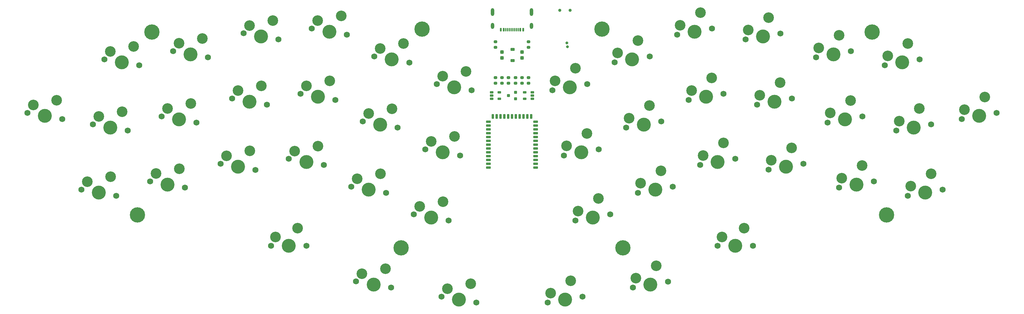
<source format=gts>
G04 #@! TF.GenerationSoftware,KiCad,Pcbnew,(6.0.5)*
G04 #@! TF.CreationDate,2022-07-19T01:19:57+08:00*
G04 #@! TF.ProjectId,TK44,544b3434-2e6b-4696-9361-645f70636258,rev?*
G04 #@! TF.SameCoordinates,Original*
G04 #@! TF.FileFunction,Soldermask,Top*
G04 #@! TF.FilePolarity,Negative*
%FSLAX46Y46*%
G04 Gerber Fmt 4.6, Leading zero omitted, Abs format (unit mm)*
G04 Created by KiCad (PCBNEW (6.0.5)) date 2022-07-19 01:19:57*
%MOMM*%
%LPD*%
G01*
G04 APERTURE LIST*
G04 Aperture macros list*
%AMRoundRect*
0 Rectangle with rounded corners*
0 $1 Rounding radius*
0 $2 $3 $4 $5 $6 $7 $8 $9 X,Y pos of 4 corners*
0 Add a 4 corners polygon primitive as box body*
4,1,4,$2,$3,$4,$5,$6,$7,$8,$9,$2,$3,0*
0 Add four circle primitives for the rounded corners*
1,1,$1+$1,$2,$3*
1,1,$1+$1,$4,$5*
1,1,$1+$1,$6,$7*
1,1,$1+$1,$8,$9*
0 Add four rect primitives between the rounded corners*
20,1,$1+$1,$2,$3,$4,$5,0*
20,1,$1+$1,$4,$5,$6,$7,0*
20,1,$1+$1,$6,$7,$8,$9,0*
20,1,$1+$1,$8,$9,$2,$3,0*%
G04 Aperture macros list end*
%ADD10C,3.050000*%
%ADD11C,4.000000*%
%ADD12C,1.750000*%
%ADD13C,4.400000*%
%ADD14RoundRect,0.200000X0.275000X-0.200000X0.275000X0.200000X-0.275000X0.200000X-0.275000X-0.200000X0*%
%ADD15RoundRect,0.200000X-0.275000X0.200000X-0.275000X-0.200000X0.275000X-0.200000X0.275000X0.200000X0*%
%ADD16RoundRect,0.162500X-0.367500X-0.162500X0.367500X-0.162500X0.367500X0.162500X-0.367500X0.162500X0*%
%ADD17RoundRect,0.225000X0.375000X-0.225000X0.375000X0.225000X-0.375000X0.225000X-0.375000X-0.225000X0*%
%ADD18C,0.800000*%
%ADD19RoundRect,0.237500X0.237500X-0.287500X0.237500X0.287500X-0.237500X0.287500X-0.237500X-0.287500X0*%
%ADD20RoundRect,0.162500X0.367500X0.162500X-0.367500X0.162500X-0.367500X-0.162500X0.367500X-0.162500X0*%
%ADD21O,1.000000X1.762000*%
%ADD22O,1.000000X2.219000*%
%ADD23RoundRect,0.135000X-0.135000X-0.365000X0.135000X-0.365000X0.135000X0.365000X-0.135000X0.365000X0*%
%ADD24RoundRect,0.075000X-0.075000X-0.425000X0.075000X-0.425000X0.075000X0.425000X-0.075000X0.425000X0*%
%ADD25RoundRect,0.175000X0.500000X0.175000X-0.500000X0.175000X-0.500000X-0.175000X0.500000X-0.175000X0*%
%ADD26RoundRect,0.175000X-0.175000X0.500000X-0.175000X-0.500000X0.175000X-0.500000X0.175000X0.500000X0*%
%ADD27RoundRect,0.175000X-0.500000X-0.175000X0.500000X-0.175000X0.500000X0.175000X-0.500000X0.175000X0*%
%ADD28RoundRect,0.200000X0.250000X0.200000X-0.250000X0.200000X-0.250000X-0.200000X0.250000X-0.200000X0*%
%ADD29C,0.900000*%
G04 APERTURE END LIST*
D10*
X152078144Y-153246643D03*
D11*
X148694600Y-157808400D03*
D12*
X153697423Y-158690533D03*
D10*
X145383549Y-154645389D03*
D12*
X143691777Y-156926267D03*
D13*
X100205200Y-173070600D03*
D10*
X181253549Y-170635389D03*
D12*
X189567423Y-174680533D03*
D11*
X184564600Y-173798400D03*
D12*
X179561777Y-172916267D03*
D10*
X187948144Y-169236643D03*
D13*
X239585900Y-182550500D03*
D14*
X206750000Y-135135000D03*
X206750000Y-133485000D03*
D13*
X181893500Y-119529700D03*
X104370200Y-120368200D03*
D12*
X243866077Y-166679433D03*
X253871723Y-164915167D03*
D10*
X250488179Y-160353410D03*
X244675716Y-163957488D03*
D11*
X248868900Y-165797300D03*
D10*
X288008179Y-153733410D03*
D12*
X291391723Y-158295167D03*
D10*
X282195716Y-157337488D03*
D11*
X286388900Y-159177300D03*
D12*
X281386077Y-160059433D03*
D10*
X139108144Y-117096643D03*
D11*
X135724600Y-121658400D03*
D12*
X130721777Y-120776267D03*
X140727423Y-122540533D03*
D10*
X132413549Y-118495389D03*
X226745716Y-171957488D03*
X232558179Y-168353410D03*
D12*
X225936077Y-174679433D03*
X235941723Y-172915167D03*
D11*
X230938900Y-173797300D03*
D15*
X212530000Y-123185000D03*
X212530000Y-124835000D03*
D16*
X201880000Y-137740000D03*
X201880000Y-138690000D03*
X201880000Y-139640000D03*
X204080000Y-139640000D03*
X204080000Y-137740000D03*
D12*
X103851777Y-163436267D03*
X113857423Y-165200533D03*
D10*
X112238144Y-159756643D03*
X105543549Y-161155389D03*
D11*
X108854600Y-164318400D03*
D12*
X78647423Y-145450533D03*
D10*
X77028144Y-140006643D03*
D12*
X68641777Y-143686267D03*
D10*
X70333549Y-141405389D03*
D11*
X73644600Y-144568400D03*
D17*
X207890000Y-128650000D03*
D18*
X207890000Y-128650000D03*
X207890000Y-125350000D03*
D17*
X207890000Y-125350000D03*
D12*
X110471777Y-125916267D03*
D11*
X115474600Y-126798400D03*
D10*
X112163549Y-123635389D03*
X118858144Y-122236643D03*
D12*
X120477423Y-127680533D03*
X276928000Y-181990000D03*
D10*
X268038000Y-179450000D03*
X274388000Y-176910000D03*
D11*
X271848000Y-181990000D03*
D12*
X266768000Y-181990000D03*
X168241777Y-127396267D03*
D10*
X169933549Y-125115389D03*
X176628144Y-123716643D03*
D11*
X173244600Y-128278400D03*
D12*
X178247423Y-129160533D03*
D10*
X229248179Y-149593410D03*
X223435716Y-153197488D03*
D12*
X232631723Y-154155167D03*
D11*
X227628900Y-155037300D03*
D12*
X222626077Y-155919433D03*
D13*
X233601500Y-119529700D03*
D12*
X87411777Y-146996267D03*
D10*
X89103549Y-144715389D03*
D12*
X97417423Y-148760533D03*
D10*
X95798144Y-143316643D03*
D11*
X92414600Y-147878400D03*
X192484640Y-197438382D03*
D10*
X189173589Y-194275371D03*
X195868185Y-192876625D03*
D12*
X187481817Y-196556250D03*
X197487464Y-198320515D03*
D11*
X169934600Y-147038400D03*
D10*
X166623549Y-143875389D03*
X173318144Y-142476643D03*
D12*
X174937423Y-147920533D03*
X164931777Y-146156267D03*
D11*
X224318900Y-136277300D03*
D10*
X220125716Y-134437488D03*
D12*
X219316077Y-137159433D03*
D10*
X225938179Y-130833410D03*
D12*
X229321723Y-135395167D03*
X318076077Y-148759433D03*
D10*
X324698179Y-142433410D03*
D11*
X323078900Y-147877300D03*
D10*
X318885716Y-146037488D03*
D12*
X328081723Y-146995167D03*
D19*
X210640000Y-127864900D03*
X210640000Y-126114900D03*
D10*
X295825716Y-124957488D03*
X301638179Y-121353410D03*
D12*
X305021723Y-125915167D03*
X295016077Y-127679433D03*
D11*
X300018900Y-126797300D03*
D12*
X90721777Y-128236267D03*
D10*
X92413549Y-125955389D03*
X99108144Y-124556643D03*
D11*
X95724600Y-129118400D03*
D12*
X100727423Y-130000533D03*
D20*
X213620000Y-139640000D03*
X213620000Y-138690000D03*
X213620000Y-137740000D03*
X211420000Y-137740000D03*
X211420000Y-139640000D03*
D12*
X148718000Y-181990000D03*
D10*
X146178000Y-176910000D03*
D11*
X143638000Y-181990000D03*
D10*
X139828000Y-179450000D03*
D12*
X138558000Y-181990000D03*
X192867423Y-155920533D03*
D11*
X187864600Y-155038400D03*
D12*
X182861777Y-154156267D03*
D10*
X184553549Y-151875389D03*
X191248144Y-150476643D03*
D12*
X274766077Y-122549433D03*
D11*
X279768900Y-121667300D03*
D12*
X284771723Y-120785167D03*
D10*
X275575716Y-119827488D03*
X281388179Y-116223410D03*
D12*
X250561723Y-146155167D03*
D10*
X247178179Y-141593410D03*
X241365716Y-145197488D03*
D12*
X240556077Y-147919433D03*
D11*
X245558900Y-147037300D03*
D10*
X261808179Y-114833410D03*
D12*
X255186077Y-121159433D03*
D10*
X255995716Y-118437488D03*
D12*
X265191723Y-119395167D03*
D11*
X260188900Y-120277300D03*
D10*
X158688144Y-115726643D03*
D12*
X160307423Y-121170533D03*
D10*
X151993549Y-117125389D03*
D12*
X150301777Y-119406267D03*
D11*
X155304600Y-120288400D03*
D10*
X265108179Y-133603410D03*
D12*
X258486077Y-139929433D03*
D11*
X263488900Y-139047300D03*
D10*
X259295716Y-137207488D03*
D12*
X268491723Y-138165167D03*
D19*
X204860000Y-127874900D03*
X204860000Y-126124900D03*
D12*
X336846077Y-145449433D03*
D11*
X341848900Y-144567300D03*
D10*
X337655716Y-142727488D03*
D12*
X346851723Y-143685167D03*
D10*
X343468179Y-139123410D03*
D13*
X315289800Y-173070600D03*
D10*
X249118179Y-187683410D03*
D12*
X252501723Y-192245167D03*
X242496077Y-194009433D03*
D10*
X243305716Y-191287488D03*
D11*
X247498900Y-193127300D03*
D10*
X322205716Y-164797488D03*
X328018179Y-161193410D03*
D12*
X321396077Y-167519433D03*
X331401723Y-165755167D03*
D11*
X326398900Y-166637300D03*
D10*
X315585716Y-127277488D03*
D11*
X319778900Y-129117300D03*
D10*
X321398179Y-123673410D03*
D12*
X324781723Y-128235167D03*
X314776077Y-129999433D03*
D21*
X213325300Y-118661000D03*
D22*
X202174700Y-114622400D03*
X213325300Y-114635100D03*
D21*
X202174600Y-118661000D03*
D23*
X210950000Y-119740000D03*
X204550000Y-119740000D03*
X205350000Y-119740000D03*
X210150000Y-119740000D03*
D24*
X209000000Y-119740000D03*
X208000000Y-119740000D03*
X207500000Y-119740000D03*
X206500000Y-119740000D03*
X206000000Y-119740000D03*
X207000000Y-119740000D03*
X208500000Y-119740000D03*
X209508000Y-119740000D03*
D13*
X175909100Y-182550200D03*
X311124900Y-120368200D03*
D12*
X228021664Y-196555185D03*
D10*
X224638119Y-191993428D03*
X218825656Y-195597505D03*
D12*
X218016017Y-198319450D03*
D11*
X223018840Y-197437318D03*
D14*
X208740000Y-135135000D03*
X208740000Y-133485000D03*
X204860000Y-135145000D03*
X204860000Y-133495000D03*
D10*
X194558144Y-131716643D03*
D12*
X196177423Y-137160533D03*
X186171777Y-135396267D03*
D10*
X187863549Y-133115389D03*
D11*
X191174600Y-136278400D03*
D12*
X308331723Y-144675167D03*
D10*
X299135716Y-143717488D03*
D11*
X303328900Y-145557300D03*
D12*
X298326077Y-146439433D03*
D10*
X304948179Y-140113410D03*
D15*
X202980000Y-123185000D03*
X202980000Y-124835000D03*
D11*
X166624600Y-165798400D03*
D10*
X163313549Y-162635389D03*
D12*
X161621777Y-164916267D03*
D10*
X170008144Y-161236643D03*
D12*
X171627423Y-166680533D03*
D11*
X168004600Y-193118400D03*
D10*
X171388144Y-188556643D03*
D12*
X163001777Y-192236267D03*
D10*
X164693549Y-189955389D03*
D12*
X173007423Y-194000533D03*
D25*
X214500000Y-159430000D03*
X214500000Y-158330000D03*
X214500000Y-157230000D03*
X214500000Y-156130000D03*
X214500000Y-155030000D03*
X214500000Y-153930000D03*
X214500000Y-152830000D03*
X214500000Y-151730000D03*
X214500000Y-150630000D03*
X214500000Y-149530000D03*
X214500000Y-148430000D03*
X214500000Y-147330000D03*
X214500000Y-146230000D03*
D26*
X213250000Y-144730000D03*
X212150000Y-144730000D03*
X211050000Y-144730000D03*
X209950000Y-144730000D03*
X208850000Y-144730000D03*
X207750000Y-144730000D03*
X206650000Y-144730000D03*
X205550000Y-144730000D03*
X204450000Y-144730000D03*
X203350000Y-144730000D03*
X202250000Y-144730000D03*
D27*
X201000000Y-146230000D03*
X201000000Y-147330000D03*
X201000000Y-148430000D03*
X201000000Y-149530000D03*
X201000000Y-150630000D03*
X201000000Y-151730000D03*
X201000000Y-152830000D03*
X201000000Y-153930000D03*
X201000000Y-155030000D03*
X201000000Y-156130000D03*
X201000000Y-157230000D03*
X201000000Y-158330000D03*
X201000000Y-159430000D03*
D12*
X311641723Y-163435167D03*
D10*
X308258179Y-158873410D03*
D11*
X306638900Y-164317300D03*
D12*
X301636077Y-165199433D03*
D10*
X302445716Y-162477488D03*
X85793549Y-163475389D03*
D12*
X84101777Y-165756267D03*
D10*
X92488144Y-162076643D03*
D11*
X89104600Y-166638400D03*
D12*
X94107423Y-167520533D03*
D10*
X243868179Y-122833410D03*
D12*
X247251723Y-127395167D03*
X237246077Y-129159433D03*
D10*
X238055716Y-126437488D03*
D11*
X242248900Y-128277300D03*
D15*
X202980000Y-135145000D03*
X202980000Y-133495000D03*
D14*
X210630000Y-135145000D03*
X210630000Y-133495000D03*
D12*
X147001777Y-138166267D03*
X157007423Y-139930533D03*
D10*
X148693549Y-135885389D03*
D11*
X152004600Y-139048400D03*
D10*
X155388144Y-134486643D03*
D11*
X266798900Y-157797300D03*
D12*
X261796077Y-158679433D03*
X271801723Y-156915167D03*
D10*
X262605716Y-155957488D03*
X268418179Y-152353410D03*
D12*
X107161777Y-144676267D03*
D10*
X108853549Y-142395389D03*
X115548144Y-140996643D03*
D11*
X112164600Y-145558400D03*
D12*
X117167423Y-146440533D03*
D11*
X283088900Y-140427300D03*
D12*
X278086077Y-141309433D03*
D10*
X284708179Y-134983410D03*
D12*
X288091723Y-139545167D03*
D10*
X278895716Y-138587488D03*
X125793549Y-156025389D03*
D12*
X124101777Y-158306267D03*
X134107423Y-160070533D03*
D10*
X132488144Y-154626643D03*
D11*
X129104600Y-159188400D03*
D28*
X208750000Y-139640000D03*
X208750000Y-137740000D03*
X206750000Y-138690000D03*
D15*
X212520000Y-133495000D03*
X212520000Y-135145000D03*
D12*
X127411777Y-139546267D03*
D10*
X135798144Y-135866643D03*
X129103549Y-137265389D03*
D11*
X132414600Y-140428400D03*
D12*
X137417423Y-141310533D03*
D29*
X224430000Y-114150000D03*
X221430000Y-114150000D03*
D18*
X223700689Y-124671685D03*
X223492311Y-123489915D03*
M02*

</source>
